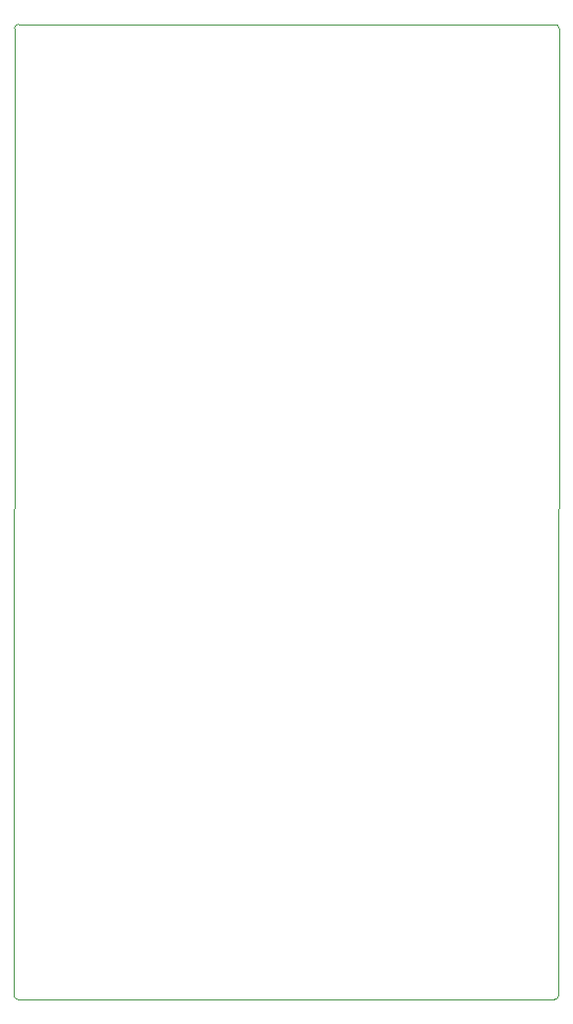
<source format=gm1>
G04 #@! TF.GenerationSoftware,KiCad,Pcbnew,8.0.1*
G04 #@! TF.CreationDate,2024-11-29T15:47:05+04:00*
G04 #@! TF.ProjectId,BQ76925_ATMEGA328P_6S_20A_BMS,42513736-3932-4355-9f41-544d45474133,v1.0*
G04 #@! TF.SameCoordinates,Original*
G04 #@! TF.FileFunction,Profile,NP*
%FSLAX46Y46*%
G04 Gerber Fmt 4.6, Leading zero omitted, Abs format (unit mm)*
G04 Created by KiCad (PCBNEW 8.0.1) date 2024-11-29 15:47:05*
%MOMM*%
%LPD*%
G01*
G04 APERTURE LIST*
G04 #@! TA.AperFunction,Profile*
%ADD10C,0.050000*%
G04 #@! TD*
G04 APERTURE END LIST*
D10*
X87720000Y-98657500D02*
X87748794Y-15347655D01*
X87407034Y-15005895D02*
X41081661Y-15005895D01*
X40739901Y-15349161D02*
G75*
G02*
X41081661Y-15007401I341799J-39D01*
G01*
X40739901Y-15349161D02*
X40709901Y-98655839D01*
X41051661Y-98997599D02*
G75*
G02*
X40709901Y-98655839I39J341799D01*
G01*
X41051661Y-98997599D02*
X87378240Y-98997599D01*
X87407034Y-15005895D02*
G75*
G02*
X87748805Y-15347655I-34J-341805D01*
G01*
X87720000Y-98657500D02*
G75*
G02*
X87378240Y-98999200I-341700J0D01*
G01*
M02*

</source>
